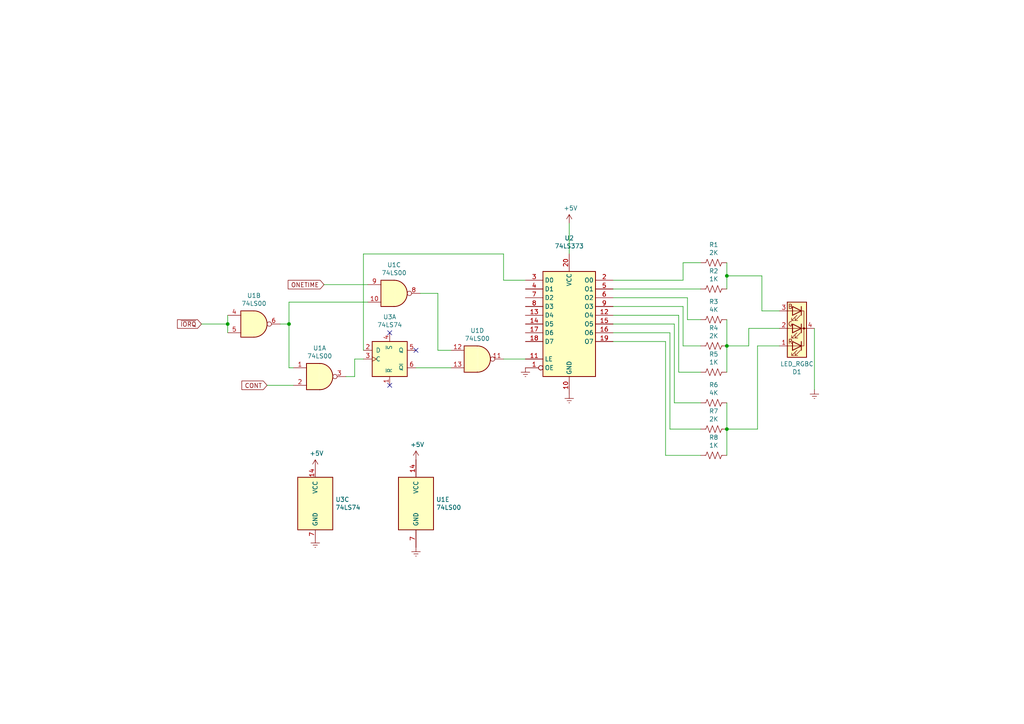
<source format=kicad_sch>
(kicad_sch (version 20211123) (generator eeschema)
  (paper "A4")
  (lib_symbols
    (symbol "74xx:74LS00" (pin_names (offset 1.016))
      (property "Reference" "U" (at 0 1.27 0))
      (property "Value" "74LS00" (at 0 -1.27 0))
      (symbol "74LS00_1_1"
        (arc (start 0 -3.81) (mid 3.81 0) (end 0 3.81) (stroke (width 0.254)) (fill (type background)))
        (polyline (pts (xy 0 3.81) (xy -3.81 3.81) (xy -3.81 -3.81) (xy 0 -3.81)) (stroke (width 0.254)) (fill (type background)))
        (pin input line (at -7.62 2.54 0) (length 3.81) (name "~") (number "1"))
        (pin input line (at -7.62 -2.54 0) (length 3.81) (name "~") (number "2"))
        (pin output inverted (at 7.62 0 180) (length 3.81) (name "~") (number "3"))
      )
      (symbol "74LS00_1_2"
        (arc (start -3.81 -3.81) (mid -2.589 0) (end -3.81 3.81) (stroke (width 0.254)))
        (arc (start -0.6096 -3.81) (mid 2.1842 -2.5851) (end 3.81 0) (stroke (width 0.254)) (fill (type background)))
        (polyline (pts (xy -3.81 -3.81) (xy -0.635 -3.81)) (stroke (width 0.254)) (fill (type background)))
        (polyline (pts (xy -3.81 3.81) (xy -0.635 3.81)) (stroke (width 0.254)) (fill (type background)))
        (polyline (pts (xy -0.635 3.81) (xy -3.81 3.81) (xy -3.81 3.81) (xy -3.556 3.4036) (xy -3.0226 2.2606) (xy -2.6924 1.0414) (xy -2.6162 -0.254) (xy -2.7686 -1.4986) (xy -3.175 -2.7178) (xy -3.81 -3.81) (xy -3.81 -3.81) (xy -0.635 -3.81)) (stroke (width -25.4)) (fill (type background)))
        (arc (start 3.81 0) (mid 2.1915 2.5936) (end -0.6096 3.81) (stroke (width 0.254)) (fill (type background)))
        (pin input inverted (at -7.62 2.54 0) (length 4.318) (name "~") (number "1"))
        (pin input inverted (at -7.62 -2.54 0) (length 4.318) (name "~") (number "2"))
        (pin output line (at 7.62 0 180) (length 3.81) (name "~") (number "3"))
      )
      (symbol "74LS00_2_1"
        (arc (start 0 -3.81) (mid 3.81 0) (end 0 3.81) (stroke (width 0.254)) (fill (type background)))
        (polyline (pts (xy 0 3.81) (xy -3.81 3.81) (xy -3.81 -3.81) (xy 0 -3.81)) (stroke (width 0.254)) (fill (type background)))
        (pin input line (at -7.62 2.54 0) (length 3.81) (name "~") (number "4"))
        (pin input line (at -7.62 -2.54 0) (length 3.81) (name "~") (number "5"))
        (pin output inverted (at 7.62 0 180) (length 3.81) (name "~") (number "6"))
      )
      (symbol "74LS00_2_2"
        (arc (start -3.81 -3.81) (mid -2.589 0) (end -3.81 3.81) (stroke (width 0.254)))
        (arc (start -0.6096 -3.81) (mid 2.1842 -2.5851) (end 3.81 0) (stroke (width 0.254)) (fill (type background)))
        (polyline (pts (xy -3.81 -3.81) (xy -0.635 -3.81)) (stroke (width 0.254)) (fill (type background)))
        (polyline (pts (xy -3.81 3.81) (xy -0.635 3.81)) (stroke (width 0.254)) (fill (type background)))
        (polyline (pts (xy -0.635 3.81) (xy -3.81 3.81) (xy -3.81 3.81) (xy -3.556 3.4036) (xy -3.0226 2.2606) (xy -2.6924 1.0414) (xy -2.6162 -0.254) (xy -2.7686 -1.4986) (xy -3.175 -2.7178) (xy -3.81 -3.81) (xy -3.81 -3.81) (xy -0.635 -3.81)) (stroke (width -25.4)) (fill (type background)))
        (arc (start 3.81 0) (mid 2.1915 2.5936) (end -0.6096 3.81) (stroke (width 0.254)) (fill (type background)))
        (pin input inverted (at -7.62 2.54 0) (length 4.318) (name "~") (number "4"))
        (pin input inverted (at -7.62 -2.54 0) (length 4.318) (name "~") (number "5"))
        (pin output line (at 7.62 0 180) (length 3.81) (name "~") (number "6"))
      )
      (symbol "74LS00_3_1"
        (arc (start 0 -3.81) (mid 3.81 0) (end 0 3.81) (stroke (width 0.254)) (fill (type background)))
        (polyline (pts (xy 0 3.81) (xy -3.81 3.81) (xy -3.81 -3.81) (xy 0 -3.81)) (stroke (width 0.254)) (fill (type background)))
        (pin input line (at -7.62 -2.54 0) (length 3.81) (name "~") (number "10"))
        (pin output inverted (at 7.62 0 180) (length 3.81) (name "~") (number "8"))
        (pin input line (at -7.62 2.54 0) (length 3.81) (name "~") (number "9"))
      )
      (symbol "74LS00_3_2"
        (arc (start -3.81 -3.81) (mid -2.589 0) (end -3.81 3.81) (stroke (width 0.254)))
        (arc (start -0.6096 -3.81) (mid 2.1842 -2.5851) (end 3.81 0) (stroke (width 0.254)) (fill (type background)))
        (polyline (pts (xy -3.81 -3.81) (xy -0.635 -3.81)) (stroke (width 0.254)) (fill (type background)))
        (polyline (pts (xy -3.81 3.81) (xy -0.635 3.81)) (stroke (width 0.254)) (fill (type background)))
        (polyline (pts (xy -0.635 3.81) (xy -3.81 3.81) (xy -3.81 3.81) (xy -3.556 3.4036) (xy -3.0226 2.2606) (xy -2.6924 1.0414) (xy -2.6162 -0.254) (xy -2.7686 -1.4986) (xy -3.175 -2.7178) (xy -3.81 -3.81) (xy -3.81 -3.81) (xy -0.635 -3.81)) (stroke (width -25.4)) (fill (type background)))
        (arc (start 3.81 0) (mid 2.1915 2.5936) (end -0.6096 3.81) (stroke (width 0.254)) (fill (type background)))
        (pin input inverted (at -7.62 -2.54 0) (length 4.318) (name "~") (number "10"))
        (pin output line (at 7.62 0 180) (length 3.81) (name "~") (number "8"))
        (pin input inverted (at -7.62 2.54 0) (length 4.318) (name "~") (number "9"))
      )
      (symbol "74LS00_4_1"
        (arc (start 0 -3.81) (mid 3.81 0) (end 0 3.81) (stroke (width 0.254)) (fill (type background)))
        (polyline (pts (xy 0 3.81) (xy -3.81 3.81) (xy -3.81 -3.81) (xy 0 -3.81)) (stroke (width 0.254)) (fill (type background)))
        (pin output inverted (at 7.62 0 180) (length 3.81) (name "~") (number "11"))
        (pin input line (at -7.62 2.54 0) (length 3.81) (name "~") (number "12"))
        (pin input line (at -7.62 -2.54 0) (length 3.81) (name "~") (number "13"))
      )
      (symbol "74LS00_4_2"
        (arc (start -3.81 -3.81) (mid -2.589 0) (end -3.81 3.81) (stroke (width 0.254)))
        (arc (start -0.6096 -3.81) (mid 2.1842 -2.5851) (end 3.81 0) (stroke (width 0.254)) (fill (type background)))
        (polyline (pts (xy -3.81 -3.81) (xy -0.635 -3.81)) (stroke (width 0.254)) (fill (type background)))
        (polyline (pts (xy -3.81 3.81) (xy -0.635 3.81)) (stroke (width 0.254)) (fill (type background)))
        (polyline (pts (xy -0.635 3.81) (xy -3.81 3.81) (xy -3.81 3.81) (xy -3.556 3.4036) (xy -3.0226 2.2606) (xy -2.6924 1.0414) (xy -2.6162 -0.254) (xy -2.7686 -1.4986) (xy -3.175 -2.7178) (xy -3.81 -3.81) (xy -3.81 -3.81) (xy -0.635 -3.81)) (stroke (width -25.4)) (fill (type background)))
        (arc (start 3.81 0) (mid 2.1915 2.5936) (end -0.6096 3.81) (stroke (width 0.254)) (fill (type background)))
        (pin output line (at 7.62 0 180) (length 3.81) (name "~") (number "11"))
        (pin input inverted (at -7.62 2.54 0) (length 4.318) (name "~") (number "12"))
        (pin input inverted (at -7.62 -2.54 0) (length 4.318) (name "~") (number "13"))
      )
      (symbol "74LS00_5_0"
        (pin power_in line (at 0 12.7 270) (length 5.08) (name "VCC") (number "14"))
        (pin power_in line (at 0 -12.7 90) (length 5.08) (name "GND") (number "7"))
      )
      (symbol "74LS00_5_1"
        (rectangle (start -5.08 7.62) (end 5.08 -7.62) (stroke (width 0.254)) (fill (type background)))
      )
    )
    (symbol "74xx:74LS373"
      (property "Reference" "U" (at -7.62 16.51 0))
      (property "Value" "74LS373" (at -7.62 -16.51 0))
      (symbol "74LS373_1_0"
        (pin input inverted (at -12.7 -12.7 0) (length 5.08) (name "OE") (number "1"))
        (pin power_in line (at 0 -20.32 90) (length 5.08) (name "GND") (number "10"))
        (pin input line (at -12.7 -10.16 0) (length 5.08) (name "LE") (number "11"))
        (pin tri_state line (at 12.7 2.54 180) (length 5.08) (name "O4") (number "12"))
        (pin input line (at -12.7 2.54 0) (length 5.08) (name "D4") (number "13"))
        (pin input line (at -12.7 0 0) (length 5.08) (name "D5") (number "14"))
        (pin tri_state line (at 12.7 0 180) (length 5.08) (name "O5") (number "15"))
        (pin tri_state line (at 12.7 -2.54 180) (length 5.08) (name "O6") (number "16"))
        (pin input line (at -12.7 -2.54 0) (length 5.08) (name "D6") (number "17"))
        (pin input line (at -12.7 -5.08 0) (length 5.08) (name "D7") (number "18"))
        (pin tri_state line (at 12.7 -5.08 180) (length 5.08) (name "O7") (number "19"))
        (pin tri_state line (at 12.7 12.7 180) (length 5.08) (name "O0") (number "2"))
        (pin power_in line (at 0 20.32 270) (length 5.08) (name "VCC") (number "20"))
        (pin input line (at -12.7 12.7 0) (length 5.08) (name "D0") (number "3"))
        (pin input line (at -12.7 10.16 0) (length 5.08) (name "D1") (number "4"))
        (pin tri_state line (at 12.7 10.16 180) (length 5.08) (name "O1") (number "5"))
        (pin tri_state line (at 12.7 7.62 180) (length 5.08) (name "O2") (number "6"))
        (pin input line (at -12.7 7.62 0) (length 5.08) (name "D2") (number "7"))
        (pin input line (at -12.7 5.08 0) (length 5.08) (name "D3") (number "8"))
        (pin tri_state line (at 12.7 5.08 180) (length 5.08) (name "O3") (number "9"))
      )
      (symbol "74LS373_1_1"
        (rectangle (start -7.62 15.24) (end 7.62 -15.24) (stroke (width 0.254)) (fill (type background)))
      )
    )
    (symbol "74xx:74LS74" (pin_names (offset 1.016))
      (property "Reference" "U" (at -7.62 8.89 0))
      (property "Value" "74LS74" (at -7.62 -8.89 0))
      (symbol "74LS74_1_0"
        (pin input line (at 0 -7.62 90) (length 2.54) (name "~{R}") (number "1"))
        (pin input line (at -7.62 2.54 0) (length 2.54) (name "D") (number "2"))
        (pin input clock (at -7.62 0 0) (length 2.54) (name "C") (number "3"))
        (pin input line (at 0 7.62 270) (length 2.54) (name "~{S}") (number "4"))
        (pin output line (at 7.62 2.54 180) (length 2.54) (name "Q") (number "5"))
        (pin output line (at 7.62 -2.54 180) (length 2.54) (name "~{Q}") (number "6"))
      )
      (symbol "74LS74_1_1"
        (rectangle (start -5.08 5.08) (end 5.08 -5.08) (stroke (width 0.254)) (fill (type background)))
      )
      (symbol "74LS74_2_0"
        (pin input line (at 0 7.62 270) (length 2.54) (name "~{S}") (number "10"))
        (pin input clock (at -7.62 0 0) (length 2.54) (name "C") (number "11"))
        (pin input line (at -7.62 2.54 0) (length 2.54) (name "D") (number "12"))
        (pin input line (at 0 -7.62 90) (length 2.54) (name "~{R}") (number "13"))
        (pin output line (at 7.62 -2.54 180) (length 2.54) (name "~{Q}") (number "8"))
        (pin output line (at 7.62 2.54 180) (length 2.54) (name "Q") (number "9"))
      )
      (symbol "74LS74_2_1"
        (rectangle (start -5.08 5.08) (end 5.08 -5.08) (stroke (width 0.254)) (fill (type background)))
      )
      (symbol "74LS74_3_0"
        (pin power_in line (at 0 10.16 270) (length 2.54) (name "VCC") (number "14"))
        (pin power_in line (at 0 -10.16 90) (length 2.54) (name "GND") (number "7"))
      )
      (symbol "74LS74_3_1"
        (rectangle (start -5.08 7.62) (end 5.08 -7.62) (stroke (width 0.254)) (fill (type background)))
      )
    )
    (symbol "Device:R_US" (pin_numbers hide) (pin_names (offset 0))
      (property "Reference" "R" (at 2.54 0 90))
      (property "Value" "R_US" (at -2.54 0 90))
      (symbol "R_US_0_1"
        (polyline (pts (xy 0 -2.286) (xy 0 -2.54)))
        (polyline (pts (xy 0 2.286) (xy 0 2.54)))
        (polyline (pts (xy 0 -0.762) (xy 1.016 -1.143) (xy 0 -1.524) (xy -1.016 -1.905) (xy 0 -2.286)))
        (polyline (pts (xy 0 0.762) (xy 1.016 0.381) (xy 0 0) (xy -1.016 -0.381) (xy 0 -0.762)))
        (polyline (pts (xy 0 2.286) (xy 1.016 1.905) (xy 0 1.524) (xy -1.016 1.143) (xy 0 0.762)))
      )
      (symbol "R_US_1_1"
        (pin passive line (at 0 3.81 270) (length 1.27) (name "~") (number "1"))
        (pin passive line (at 0 -3.81 90) (length 1.27) (name "~") (number "2"))
      )
    )
    (symbol "power:+5V" (power) (pin_names (offset 0))
      (property "Value" "+5V" (at 0 3.556 0))
      (symbol "+5V_0_1"
        (polyline (pts (xy -0.762 1.27) (xy 0 2.54)))
        (polyline (pts (xy 0 0) (xy 0 2.54)))
        (polyline (pts (xy 0 2.54) (xy 0.762 1.27)))
      )
      (symbol "+5V_1_1"
        (pin power_in line (at 0 0 90) (length 0) hide (name "+5V") (number "1"))
      )
    )
    (symbol "power:Earth" (power) (pin_names (offset 0))
      (symbol "Earth_0_1"
        (polyline (pts (xy -0.635 -1.905) (xy 0.635 -1.905)))
        (polyline (pts (xy -0.127 -2.54) (xy 0.127 -2.54)))
        (polyline (pts (xy 0 -1.27) (xy 0 0)))
        (polyline (pts (xy 1.27 -1.27) (xy -1.27 -1.27)))
      )
      (symbol "Earth_1_1"
        (pin power_in line (at 0 0 270) (length 0) hide (name "Earth") (number "1"))
      )
    )
    (symbol "z80-RGB-rescue:LED_RGBC-Device" (pin_names (offset 0) hide)
      (property "Reference" "D" (at 0 9.398 0))
      (property "Value" "LED_RGBC-Device" (at 0 -8.89 0))
      (symbol "LED_RGBC-Device_0_0"
        (text "B" (at 1.905 -6.35 0) (effects (font (size 1.27 1.27))))
        (text "G" (at 1.905 -1.27 0) (effects (font (size 1.27 1.27))))
        (text "R" (at 1.905 3.81 0) (effects (font (size 1.27 1.27))))
      )
      (symbol "LED_RGBC-Device_0_1"
        (circle (center -2.032 0) (radius 0.254) (fill (type outline)))
        (polyline (pts (xy -1.27 -5.08) (xy 1.27 -5.08)))
        (polyline (pts (xy -1.27 -3.81) (xy -1.27 -6.35)) (stroke (width 0.254)))
        (polyline (pts (xy -1.27 0) (xy -2.54 0)))
        (polyline (pts (xy -1.27 1.27) (xy -1.27 -1.27)) (stroke (width 0.254)))
        (polyline (pts (xy -1.27 5.08) (xy 1.27 5.08)))
        (polyline (pts (xy -1.27 6.35) (xy -1.27 3.81)) (stroke (width 0.254)))
        (polyline (pts (xy 1.27 -5.08) (xy 2.54 -5.08)))
        (polyline (pts (xy 1.27 0) (xy -1.27 0)))
        (polyline (pts (xy 1.27 0) (xy 2.54 0)))
        (polyline (pts (xy 1.27 5.08) (xy 2.54 5.08)))
        (polyline (pts (xy -1.27 1.27) (xy -1.27 -1.27) (xy -1.27 -1.27)))
        (polyline (pts (xy -1.27 6.35) (xy -1.27 3.81) (xy -1.27 3.81)))
        (polyline (pts (xy -1.27 5.08) (xy -2.032 5.08) (xy -2.032 -5.08) (xy -1.016 -5.08)))
        (polyline (pts (xy 1.27 -3.81) (xy 1.27 -6.35) (xy -1.27 -5.08) (xy 1.27 -3.81)) (stroke (width 0.254)))
        (polyline (pts (xy 1.27 1.27) (xy 1.27 -1.27) (xy -1.27 0) (xy 1.27 1.27)) (stroke (width 0.254)))
        (polyline (pts (xy 1.27 6.35) (xy 1.27 3.81) (xy -1.27 5.08) (xy 1.27 6.35)) (stroke (width 0.254)))
        (polyline (pts (xy -1.016 -3.81) (xy 0.508 -2.286) (xy -0.254 -2.286) (xy 0.508 -2.286) (xy 0.508 -3.048)))
        (polyline (pts (xy -1.016 1.27) (xy 0.508 2.794) (xy -0.254 2.794) (xy 0.508 2.794) (xy 0.508 2.032)))
        (polyline (pts (xy -1.016 6.35) (xy 0.508 7.874) (xy -0.254 7.874) (xy 0.508 7.874) (xy 0.508 7.112)))
        (polyline (pts (xy 0 -3.81) (xy 1.524 -2.286) (xy 0.762 -2.286) (xy 1.524 -2.286) (xy 1.524 -3.048)))
        (polyline (pts (xy 0 1.27) (xy 1.524 2.794) (xy 0.762 2.794) (xy 1.524 2.794) (xy 1.524 2.032)))
        (polyline (pts (xy 0 6.35) (xy 1.524 7.874) (xy 0.762 7.874) (xy 1.524 7.874) (xy 1.524 7.112)))
        (rectangle (start 1.27 -1.27) (end 1.27 1.27))
        (rectangle (start 1.27 1.27) (end 1.27 1.27))
        (rectangle (start 1.27 3.81) (end 1.27 6.35))
        (rectangle (start 1.27 6.35) (end 1.27 6.35))
        (rectangle (start 2.794 8.382) (end -2.794 -7.62) (stroke (width 0.254)) (fill (type background)))
      )
      (symbol "LED_RGBC-Device_1_1"
        (pin passive line (at 5.08 5.08 180) (length 2.54) (name "RA") (number "1"))
        (pin passive line (at 5.08 0 180) (length 2.54) (name "GA") (number "2"))
        (pin passive line (at 5.08 -5.08 180) (length 2.54) (name "BA") (number "3"))
        (pin passive line (at -5.08 0 0) (length 2.54) (name "K") (number "4"))
      )
    )
  )
  (junction (at 83.82 93.98))
  (junction (at 66.04 93.98))
  (junction (at 210.82 80.01))
  (junction (at 210.82 100.33))
  (junction (at 210.82 124.46))
  (no_connect (at 113.03 96.52))
  (no_connect (at 113.03 111.76))
  (no_connect (at 120.65 101.6))
  (wire (pts (xy 77.47 111.76) (xy 85.09 111.76)))
  (wire (pts (xy 217.17 100.33) (xy 217.17 95.25)))
  (wire (pts (xy 177.8 96.52) (xy 194.31 96.52)))
  (wire (pts (xy 219.71 124.46) (xy 219.71 100.33)))
  (wire (pts (xy 210.82 132.08) (xy 210.82 124.46)))
  (wire (pts (xy 66.04 93.98) (xy 58.42 93.98)))
  (wire (pts (xy 196.85 91.44) (xy 196.85 107.95)))
  (wire (pts (xy 105.41 101.6) (xy 105.41 73.66)))
  (wire (pts (xy 121.92 85.09) (xy 127 85.09)))
  (wire (pts (xy 210.82 116.84) (xy 210.82 124.46)))
  (wire (pts (xy 198.12 100.33) (xy 203.2 100.33)))
  (wire (pts (xy 177.8 86.36) (xy 199.39 86.36)))
  (wire (pts (xy 195.58 116.84) (xy 203.2 116.84)))
  (wire (pts (xy 165.1 64.77) (xy 165.1 73.66)))
  (wire (pts (xy 120.65 106.68) (xy 130.81 106.68)))
  (wire (pts (xy 194.31 96.52) (xy 194.31 124.46)))
  (wire (pts (xy 83.82 93.98) (xy 83.82 87.63)))
  (wire (pts (xy 210.82 80.01) (xy 220.98 80.01)))
  (wire (pts (xy 236.22 113.03) (xy 236.22 95.25)))
  (wire (pts (xy 105.41 73.66) (xy 146.05 73.66)))
  (wire (pts (xy 217.17 100.33) (xy 210.82 100.33)))
  (wire (pts (xy 85.09 106.68) (xy 83.82 106.68)))
  (wire (pts (xy 102.87 109.22) (xy 102.87 104.14)))
  (wire (pts (xy 210.82 124.46) (xy 219.71 124.46)))
  (wire (pts (xy 199.39 86.36) (xy 199.39 92.71)))
  (wire (pts (xy 177.8 91.44) (xy 196.85 91.44)))
  (wire (pts (xy 198.12 76.2) (xy 203.2 76.2)))
  (wire (pts (xy 195.58 93.98) (xy 195.58 116.84)))
  (wire (pts (xy 93.98 82.55) (xy 106.68 82.55)))
  (wire (pts (xy 177.8 93.98) (xy 195.58 93.98)))
  (wire (pts (xy 127 85.09) (xy 127 101.6)))
  (wire (pts (xy 210.82 76.2) (xy 210.82 80.01)))
  (wire (pts (xy 193.04 132.08) (xy 203.2 132.08)))
  (wire (pts (xy 177.8 83.82) (xy 203.2 83.82)))
  (wire (pts (xy 220.98 90.17) (xy 226.06 90.17)))
  (wire (pts (xy 66.04 96.52) (xy 66.04 93.98)))
  (wire (pts (xy 177.8 99.06) (xy 193.04 99.06)))
  (wire (pts (xy 210.82 92.71) (xy 210.82 100.33)))
  (wire (pts (xy 83.82 93.98) (xy 81.28 93.98)))
  (wire (pts (xy 83.82 106.68) (xy 83.82 93.98)))
  (wire (pts (xy 193.04 99.06) (xy 193.04 132.08)))
  (wire (pts (xy 83.82 87.63) (xy 106.68 87.63)))
  (wire (pts (xy 102.87 104.14) (xy 105.41 104.14)))
  (wire (pts (xy 198.12 88.9) (xy 198.12 100.33)))
  (wire (pts (xy 210.82 80.01) (xy 210.82 83.82)))
  (wire (pts (xy 196.85 107.95) (xy 203.2 107.95)))
  (wire (pts (xy 177.8 88.9) (xy 198.12 88.9)))
  (wire (pts (xy 194.31 124.46) (xy 203.2 124.46)))
  (wire (pts (xy 198.12 81.28) (xy 198.12 76.2)))
  (wire (pts (xy 199.39 92.71) (xy 203.2 92.71)))
  (wire (pts (xy 146.05 104.14) (xy 152.4 104.14)))
  (wire (pts (xy 127 101.6) (xy 130.81 101.6)))
  (wire (pts (xy 217.17 95.25) (xy 226.06 95.25)))
  (wire (pts (xy 219.71 100.33) (xy 226.06 100.33)))
  (wire (pts (xy 146.05 73.66) (xy 146.05 81.28)))
  (wire (pts (xy 100.33 109.22) (xy 102.87 109.22)))
  (wire (pts (xy 220.98 80.01) (xy 220.98 90.17)))
  (wire (pts (xy 177.8 81.28) (xy 198.12 81.28)))
  (wire (pts (xy 146.05 81.28) (xy 152.4 81.28)))
  (wire (pts (xy 66.04 93.98) (xy 66.04 91.44)))
  (wire (pts (xy 210.82 107.95) (xy 210.82 100.33)))
  (global_label "~{IORQ}" (shape input) (at 58.42 93.98 180) (property "Intersheet References" "${INTERSHEET_REFS}" (effects hide)))
  (global_label "ONETIME" (shape input) (at 93.98 82.55 180) (property "Intersheet References" "${INTERSHEET_REFS}" (effects hide)))
  (global_label "CONT" (shape input) (at 77.47 111.76 180) (property "Intersheet References" "${INTERSHEET_REFS}" (effects hide)))
  (symbol (lib_id "z80-RGB-rescue:LED_RGBC-Device") (at 231.14 95.25 180) (unit 1)
    (property "Reference" "D1" (at 231.14 107.8738 0))
    (property "Value" "LED_RGBC" (at 231.14 105.5624 0))
  )
  (symbol (lib_id "power:Earth") (at 236.22 113.03 0) (unit 1)
    (property "Reference" "#PWR03" (effects hide))
    (property "Value" "Earth" (effects hide))
  )
  (symbol (lib_id "Device:R_US") (at 207.01 76.2 270) (unit 1)
    (property "Reference" "R1" (at 207.01 70.993 90))
    (property "Value" "2K" (at 207.01 73.3044 90))
  )
  (symbol (lib_id "Device:R_US") (at 207.01 83.82 270) (unit 1)
    (property "Reference" "R2" (at 207.01 78.613 90))
    (property "Value" "1K" (at 207.01 80.9244 90))
  )
  (symbol (lib_id "Device:R_US") (at 207.01 92.71 270) (unit 1)
    (property "Reference" "R3" (at 207.01 87.503 90))
    (property "Value" "4K" (at 207.01 89.8144 90))
  )
  (symbol (lib_id "Device:R_US") (at 207.01 100.33 270) (unit 1)
    (property "Reference" "R4" (at 207.01 95.123 90))
    (property "Value" "2K" (at 207.01 97.4344 90))
  )
  (symbol (lib_id "Device:R_US") (at 207.01 107.95 270) (unit 1)
    (property "Reference" "R5" (at 207.01 102.743 90))
    (property "Value" "1K" (at 207.01 105.0544 90))
  )
  (symbol (lib_id "Device:R_US") (at 207.01 116.84 270) (unit 1)
    (property "Reference" "R6" (at 207.01 111.633 90))
    (property "Value" "4K" (at 207.01 113.9444 90))
  )
  (symbol (lib_id "Device:R_US") (at 207.01 124.46 270) (unit 1)
    (property "Reference" "R7" (at 207.01 119.253 90))
    (property "Value" "2K" (at 207.01 121.5644 90))
  )
  (symbol (lib_id "Device:R_US") (at 207.01 132.08 270) (unit 1)
    (property "Reference" "R8" (at 207.01 126.873 90))
    (property "Value" "1K" (at 207.01 129.1844 90))
  )
  (symbol (lib_id "power:Earth") (at 165.1 114.3 0) (unit 1)
    (property "Reference" "#PWR04" (effects hide))
    (property "Value" "Earth" (effects hide))
  )
  (symbol (lib_id "power:Earth") (at 152.4 106.68 0) (unit 1)
    (property "Reference" "#PWR02" (effects hide))
    (property "Value" "Earth" (effects hide))
  )
  (symbol (lib_id "74xx:74LS74") (at 113.03 104.14 0) (unit 1)
    (property "Reference" "U3" (at 113.03 91.9226 0))
    (property "Value" "74LS74" (at 113.03 94.234 0))
    (property "Datasheet" "74xx/74hc_hct74.pdf" (effects hide))
  )
  (symbol (lib_id "74xx:74LS74") (at 91.44 146.05 0) (unit 3)
    (property "Reference" "U3" (at 97.282 144.8816 0) (effects (justify left)))
    (property "Value" "74LS74" (at 97.282 147.193 0) (effects (justify left)))
    (property "Datasheet" "74xx/74hc_hct74.pdf" (effects hide))
  )
  (symbol (lib_id "74xx:74LS373") (at 165.1 93.98 0) (unit 1)
    (property "Reference" "U2" (at 165.1 69.0626 0))
    (property "Value" "74LS373" (at 165.1 71.374 0))
    (property "Datasheet" "http://www.ti.com/lit/gpn/sn74LS373" (effects hide))
  )
  (symbol (lib_id "74xx:74LS00") (at 92.71 109.22 0) (unit 1)
    (property "Reference" "U1" (at 92.71 100.965 0))
    (property "Value" "74LS00" (at 92.71 103.2764 0))
    (property "Datasheet" "http://www.ti.com/lit/gpn/sn74ls00" (effects hide))
  )
  (symbol (lib_id "74xx:74LS00") (at 73.66 93.98 0) (unit 2)
    (property "Reference" "U1" (at 73.66 85.725 0))
    (property "Value" "74LS00" (at 73.66 88.0364 0))
    (property "Datasheet" "http://www.ti.com/lit/gpn/sn74ls00" (effects hide))
  )
  (symbol (lib_id "74xx:74LS00") (at 114.3 85.09 0) (unit 3)
    (property "Reference" "U1" (at 114.3 76.835 0))
    (property "Value" "74LS00" (at 114.3 79.1464 0))
    (property "Datasheet" "http://www.ti.com/lit/gpn/sn74ls00" (effects hide))
  )
  (symbol (lib_id "74xx:74LS00") (at 138.43 104.14 0) (unit 4)
    (property "Reference" "U1" (at 138.43 95.885 0))
    (property "Value" "74LS00" (at 138.43 98.1964 0))
    (property "Datasheet" "http://www.ti.com/lit/gpn/sn74ls00" (effects hide))
  )
  (symbol (lib_id "74xx:74LS00") (at 120.65 146.05 0) (unit 5)
    (property "Reference" "U1" (at 126.492 144.8816 0) (effects (justify left)))
    (property "Value" "74LS00" (at 126.492 147.193 0) (effects (justify left)))
    (property "Datasheet" "http://www.ti.com/lit/gpn/sn74ls00" (effects hide))
  )
  (symbol (lib_id "power:Earth") (at 120.65 158.75 0) (unit 1)
    (property "Reference" "#PWR08" (effects hide))
    (property "Value" "Earth" (effects hide))
  )
  (symbol (lib_id "power:Earth") (at 91.44 156.21 0) (unit 1)
    (property "Reference" "#PWR07" (effects hide))
    (property "Value" "Earth" (effects hide))
  )
  (symbol (lib_id "power:+5V") (at 91.44 135.89 0) (unit 1)
    (property "Reference" "#PWR06" (effects hide))
    (property "Value" "+5V" (at 91.821 131.4958 0))
  )
  (symbol (lib_id "power:+5V") (at 120.65 133.35 0) (unit 1)
    (property "Reference" "#PWR05" (effects hide))
    (property "Value" "+5V" (at 121.031 128.9558 0))
  )
  (symbol (lib_id "power:+5V") (at 165.1 64.77 0) (unit 1)
    (property "Reference" "#PWR01" (effects hide))
    (property "Value" "+5V" (at 165.481 60.3758 0))
  )
)
</source>
